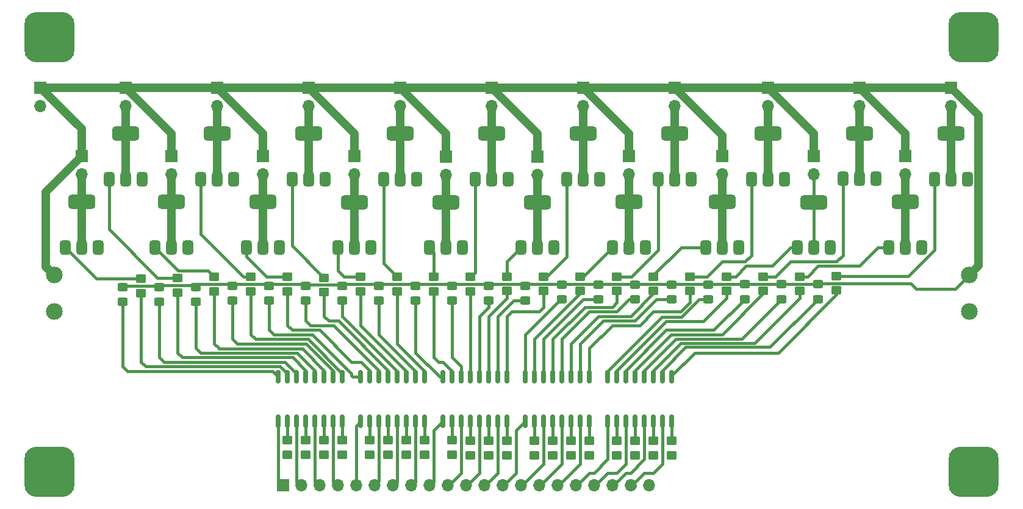
<source format=gbr>
%TF.GenerationSoftware,KiCad,Pcbnew,9.0.0*%
%TF.CreationDate,2025-03-11T14:00:59-06:00*%
%TF.ProjectId,Solenoid Breakout Board,536f6c65-6e6f-4696-9420-427265616b6f,rev?*%
%TF.SameCoordinates,Original*%
%TF.FileFunction,Copper,L1,Top*%
%TF.FilePolarity,Positive*%
%FSLAX46Y46*%
G04 Gerber Fmt 4.6, Leading zero omitted, Abs format (unit mm)*
G04 Created by KiCad (PCBNEW 9.0.0) date 2025-03-11 14:00:59*
%MOMM*%
%LPD*%
G01*
G04 APERTURE LIST*
G04 Aperture macros list*
%AMRoundRect*
0 Rectangle with rounded corners*
0 $1 Rounding radius*
0 $2 $3 $4 $5 $6 $7 $8 $9 X,Y pos of 4 corners*
0 Add a 4 corners polygon primitive as box body*
4,1,4,$2,$3,$4,$5,$6,$7,$8,$9,$2,$3,0*
0 Add four circle primitives for the rounded corners*
1,1,$1+$1,$2,$3*
1,1,$1+$1,$4,$5*
1,1,$1+$1,$6,$7*
1,1,$1+$1,$8,$9*
0 Add four rect primitives between the rounded corners*
20,1,$1+$1,$2,$3,$4,$5,0*
20,1,$1+$1,$4,$5,$6,$7,0*
20,1,$1+$1,$6,$7,$8,$9,0*
20,1,$1+$1,$8,$9,$2,$3,0*%
G04 Aperture macros list end*
%TA.AperFunction,ComponentPad*%
%ADD10C,2.311400*%
%TD*%
%TA.AperFunction,ComponentPad*%
%ADD11R,1.700000X1.700000*%
%TD*%
%TA.AperFunction,ComponentPad*%
%ADD12O,1.700000X1.700000*%
%TD*%
%TA.AperFunction,ComponentPad*%
%ADD13RoundRect,0.250000X0.450000X-0.350000X0.450000X0.350000X-0.450000X0.350000X-0.450000X-0.350000X0*%
%TD*%
%TA.AperFunction,SMDPad,CuDef*%
%ADD14RoundRect,0.250000X0.450000X-0.350000X0.450000X0.350000X-0.450000X0.350000X-0.450000X-0.350000X0*%
%TD*%
%TA.AperFunction,SMDPad,CuDef*%
%ADD15RoundRect,0.250000X0.450000X-0.325000X0.450000X0.325000X-0.450000X0.325000X-0.450000X-0.325000X0*%
%TD*%
%TA.AperFunction,SMDPad,CuDef*%
%ADD16RoundRect,0.375000X0.375000X-0.625000X0.375000X0.625000X-0.375000X0.625000X-0.375000X-0.625000X0*%
%TD*%
%TA.AperFunction,SMDPad,CuDef*%
%ADD17RoundRect,0.500000X1.400000X-0.500000X1.400000X0.500000X-1.400000X0.500000X-1.400000X-0.500000X0*%
%TD*%
%TA.AperFunction,ComponentPad*%
%ADD18RoundRect,0.375000X0.375000X-0.625000X0.375000X0.625000X-0.375000X0.625000X-0.375000X-0.625000X0*%
%TD*%
%TA.AperFunction,ComponentPad*%
%ADD19RoundRect,1.746250X-1.746250X-1.746250X1.746250X-1.746250X1.746250X1.746250X-1.746250X1.746250X0*%
%TD*%
%TA.AperFunction,SMDPad,CuDef*%
%ADD20RoundRect,0.162500X0.162500X-0.750000X0.162500X0.750000X-0.162500X0.750000X-0.162500X-0.750000X0*%
%TD*%
%TA.AperFunction,Conductor*%
%ADD21C,0.381000*%
%TD*%
%TA.AperFunction,Conductor*%
%ADD22C,1.143000*%
%TD*%
G04 APERTURE END LIST*
D10*
%TO.P,POWER,1*%
%TO.N,Chassis_GND*%
X175895000Y-129540000D03*
%TO.P,POWER,2*%
%TO.N,+12v*%
X175895000Y-124460000D03*
%TD*%
D11*
%TO.P,L16,1,1*%
%TO.N,+12v*%
X147955000Y-98425000D03*
D12*
%TO.P,L16,2,2*%
%TO.N,Net-(Q16-C)*%
X147955000Y-100965000D03*
%TD*%
D11*
%TO.P,L10,1,1*%
%TO.N,+12v*%
X90565000Y-107950000D03*
D12*
%TO.P,L10,2,2*%
%TO.N,Net-(Q10-C)*%
X90565000Y-110490000D03*
%TD*%
D13*
%TO.P,R35,1,1*%
%TO.N,GND*%
X132080000Y-149495000D03*
D14*
%TO.P,R35,2,2*%
%TO.N,Net-(R35-Pad2)*%
X132080000Y-147495000D03*
%TD*%
D11*
%TO.P,L8,1,1*%
%TO.N,+12v*%
X115965000Y-108000000D03*
D12*
%TO.P,L8,2,2*%
%TO.N,Net-(Q8-C)*%
X115965000Y-110540000D03*
%TD*%
D15*
%TO.P,D11,1,K*%
%TO.N,Net-(D11-K)*%
X99060000Y-127990500D03*
%TO.P,D11,2,A*%
%TO.N,+12v*%
X99060000Y-125940500D03*
%TD*%
D11*
%TO.P,L9,1,1*%
%TO.N,+12v*%
X122315000Y-98470000D03*
D12*
%TO.P,L9,2,2*%
%TO.N,Net-(Q9-C)*%
X122315000Y-101010000D03*
%TD*%
D14*
%TO.P,R32,1,1*%
%TO.N,Net-(R32-Pad1)*%
X137160000Y-126670500D03*
%TO.P,R32,2,2*%
%TO.N,Net-(Q16-B)*%
X137160000Y-124670500D03*
%TD*%
D16*
%TO.P,Q16,1,B*%
%TO.N,Net-(Q16-B)*%
X145655000Y-111100000D03*
%TO.P,Q16,2,C*%
%TO.N,Net-(Q16-C)*%
X147955000Y-111100000D03*
D17*
X147955000Y-104800000D03*
D18*
%TO.P,Q16,3,E*%
%TO.N,Chassis_GND*%
X150255000Y-111100000D03*
%TD*%
D11*
%TO.P,L11,1,1*%
%TO.N,+12v*%
X96915000Y-98450000D03*
D12*
%TO.P,L11,2,2*%
%TO.N,Net-(Q11-C)*%
X96915000Y-100990000D03*
%TD*%
D15*
%TO.P,D13,1,K*%
%TO.N,Net-(D13-K)*%
X119380000Y-127845500D03*
%TO.P,D13,2,A*%
%TO.N,+12v*%
X119380000Y-125795500D03*
%TD*%
D19*
%TO.P,REF\u002A\u002A,1*%
%TO.N,Chassis_GND*%
X176530000Y-91440000D03*
%TD*%
D11*
%TO.P,Power Out,1,1*%
%TO.N,+12v*%
X46990000Y-98425000D03*
D12*
%TO.P,Power Out,2,2*%
%TO.N,Chassis_GND*%
X46990000Y-100965000D03*
%TD*%
D14*
%TO.P,R8,1,1*%
%TO.N,Net-(R8-Pad1)*%
X60960000Y-126960500D03*
%TO.P,R8,2,2*%
%TO.N,Net-(Q2-B)*%
X60960000Y-124960500D03*
%TD*%
D16*
%TO.P,Q10,1,B*%
%TO.N,Net-(Q10-B)*%
X88265000Y-120650000D03*
%TO.P,Q10,2,C*%
%TO.N,Net-(Q10-C)*%
X90565000Y-120650000D03*
D17*
X90565000Y-114350000D03*
D18*
%TO.P,Q10,3,E*%
%TO.N,Chassis_GND*%
X92865000Y-120650000D03*
%TD*%
D13*
%TO.P,R33,1,1*%
%TO.N,GND*%
X127000000Y-149495000D03*
D14*
%TO.P,R33,2,2*%
%TO.N,Net-(R33-Pad2)*%
X127000000Y-147495000D03*
%TD*%
D20*
%TO.P,U5,1*%
%TO.N,A2*%
X125730000Y-144780000D03*
%TO.P,U5,2*%
%TO.N,Net-(R33-Pad2)*%
X127000000Y-144780000D03*
%TO.P,U5,3*%
%TO.N,A#2*%
X128270000Y-144780000D03*
%TO.P,U5,4*%
%TO.N,Net-(R34-Pad2)*%
X129540000Y-144780000D03*
%TO.P,U5,5*%
%TO.N,B2*%
X130810000Y-144780000D03*
%TO.P,U5,6*%
%TO.N,Net-(R35-Pad2)*%
X132080000Y-144780000D03*
%TO.P,U5,7*%
%TO.N,C3*%
X133350000Y-144780000D03*
%TO.P,U5,8*%
%TO.N,Net-(R36-Pad2)*%
X134620000Y-144780000D03*
%TO.P,U5,9*%
%TO.N,Net-(R40-Pad1)*%
X134620000Y-138605000D03*
%TO.P,U5,10*%
%TO.N,Net-(D20-K)*%
X133350000Y-138605000D03*
%TO.P,U5,11*%
%TO.N,Net-(R39-Pad1)*%
X132080000Y-138605000D03*
%TO.P,U5,12*%
%TO.N,Net-(D19-K)*%
X130810000Y-138605000D03*
%TO.P,U5,13*%
%TO.N,Net-(R38-Pad1)*%
X129540000Y-138605000D03*
%TO.P,U5,14*%
%TO.N,Net-(D18-K)*%
X128270000Y-138605000D03*
%TO.P,U5,15*%
%TO.N,Net-(R37-Pad1)*%
X127000000Y-138605000D03*
%TO.P,U5,16*%
%TO.N,Net-(D17-K)*%
X125730000Y-138605000D03*
%TD*%
D14*
%TO.P,R24,1,1*%
%TO.N,Net-(R24-Pad1)*%
X101600000Y-126720500D03*
%TO.P,R24,2,2*%
%TO.N,Net-(Q12-B)*%
X101600000Y-124720500D03*
%TD*%
%TO.P,R39,1,1*%
%TO.N,Net-(R39-Pad1)*%
X152400000Y-126670500D03*
%TO.P,R39,2,2*%
%TO.N,Net-(Q19-B)*%
X152400000Y-124670500D03*
%TD*%
D11*
%TO.P,L13,1,1*%
%TO.N,+12v*%
X128665000Y-107945000D03*
D12*
%TO.P,L13,2,2*%
%TO.N,Net-(Q13-C)*%
X128665000Y-110485000D03*
%TD*%
D16*
%TO.P,Q1,1,B*%
%TO.N,Net-(Q1-B)*%
X56515000Y-111125000D03*
%TO.P,Q1,2,C*%
%TO.N,Net-(Q1-C)*%
X58815000Y-111125000D03*
D17*
X58815000Y-104825000D03*
D18*
%TO.P,Q1,3,E*%
%TO.N,Chassis_GND*%
X61115000Y-111125000D03*
%TD*%
D16*
%TO.P,Q4,1,B*%
%TO.N,Net-(Q4-B)*%
X62865000Y-120600000D03*
%TO.P,Q4,2,C*%
%TO.N,Net-(Q4-C)*%
X65165000Y-120600000D03*
D17*
X65165000Y-114300000D03*
D18*
%TO.P,Q4,3,E*%
%TO.N,Chassis_GND*%
X67465000Y-120600000D03*
%TD*%
D15*
%TO.P,D5,1,K*%
%TO.N,Net-(D5-K)*%
X78740000Y-127990500D03*
%TO.P,D5,2,A*%
%TO.N,+12v*%
X78740000Y-125940500D03*
%TD*%
D16*
%TO.P,Q20,1,B*%
%TO.N,Net-(Q20-B)*%
X171055000Y-111100000D03*
%TO.P,Q20,2,C*%
%TO.N,Net-(Q20-C)*%
X173355000Y-111100000D03*
D17*
X173355000Y-104800000D03*
D18*
%TO.P,Q20,3,E*%
%TO.N,Chassis_GND*%
X175655000Y-111100000D03*
%TD*%
D15*
%TO.P,D14,1,K*%
%TO.N,Net-(D14-K)*%
X124460000Y-127845500D03*
%TO.P,D14,2,A*%
%TO.N,+12v*%
X124460000Y-125795500D03*
%TD*%
D16*
%TO.P,Q3,1,B*%
%TO.N,Net-(Q3-B)*%
X81915000Y-111125000D03*
%TO.P,Q3,2,C*%
%TO.N,Net-(Q3-C)*%
X84215000Y-111125000D03*
D17*
X84215000Y-104825000D03*
D18*
%TO.P,Q3,3,E*%
%TO.N,Chassis_GND*%
X86515000Y-111125000D03*
%TD*%
D15*
%TO.P,D2,1,K*%
%TO.N,Net-(D2-K)*%
X63500000Y-128135500D03*
%TO.P,D2,2,A*%
%TO.N,+12v*%
X63500000Y-126085500D03*
%TD*%
D14*
%TO.P,R23,1,1*%
%TO.N,Net-(R23-Pad1)*%
X96520000Y-126720500D03*
%TO.P,R23,2,2*%
%TO.N,Net-(Q11-B)*%
X96520000Y-124720500D03*
%TD*%
D11*
%TO.P,L15,1,1*%
%TO.N,+12v*%
X141605000Y-107950000D03*
D12*
%TO.P,L15,2,2*%
%TO.N,Net-(Q15-C)*%
X141605000Y-110490000D03*
%TD*%
D16*
%TO.P,Q15,1,B*%
%TO.N,Net-(Q15-B)*%
X139305000Y-120600000D03*
%TO.P,Q15,2,C*%
%TO.N,Net-(Q15-C)*%
X141605000Y-120600000D03*
D17*
X141605000Y-114300000D03*
D18*
%TO.P,Q15,3,E*%
%TO.N,Chassis_GND*%
X143905000Y-120600000D03*
%TD*%
D14*
%TO.P,R31,1,1*%
%TO.N,Net-(R31-Pad1)*%
X132080000Y-126670500D03*
%TO.P,R31,2,2*%
%TO.N,Net-(Q15-B)*%
X132080000Y-124670500D03*
%TD*%
D13*
%TO.P,R1,1,1*%
%TO.N,GND*%
X83820000Y-149400000D03*
D14*
%TO.P,R1,2,2*%
%TO.N,Net-(R1-Pad2)*%
X83820000Y-147400000D03*
%TD*%
D13*
%TO.P,R25,1,1*%
%TO.N,GND*%
X115570000Y-149495000D03*
D14*
%TO.P,R25,2,2*%
%TO.N,Net-(R25-Pad2)*%
X115570000Y-147495000D03*
%TD*%
D13*
%TO.P,R27,1,1*%
%TO.N,GND*%
X120650000Y-149495000D03*
D14*
%TO.P,R27,2,2*%
%TO.N,Net-(R27-Pad2)*%
X120650000Y-147495000D03*
%TD*%
D15*
%TO.P,D9,1,K*%
%TO.N,Net-(D9-K)*%
X114300000Y-127990500D03*
%TO.P,D9,2,A*%
%TO.N,+12v*%
X114300000Y-125940500D03*
%TD*%
D13*
%TO.P,R34,1,1*%
%TO.N,GND*%
X129540000Y-149495000D03*
D14*
%TO.P,R34,2,2*%
%TO.N,Net-(R34-Pad2)*%
X129540000Y-147495000D03*
%TD*%
D11*
%TO.P,L1,1,1*%
%TO.N,+12v*%
X58815000Y-98445000D03*
D12*
%TO.P,L1,2,2*%
%TO.N,Net-(Q1-C)*%
X58815000Y-100985000D03*
%TD*%
D16*
%TO.P,Q18,1,B*%
%TO.N,Net-(Q18-B)*%
X158355000Y-111075000D03*
%TO.P,Q18,2,C*%
%TO.N,Net-(Q18-C)*%
X160655000Y-111075000D03*
D17*
X160655000Y-104775000D03*
D18*
%TO.P,Q18,3,E*%
%TO.N,Chassis_GND*%
X162955000Y-111075000D03*
%TD*%
D13*
%TO.P,R36,1,1*%
%TO.N,GND*%
X134620000Y-149495000D03*
D14*
%TO.P,R36,2,2*%
%TO.N,Net-(R36-Pad2)*%
X134620000Y-147495000D03*
%TD*%
%TO.P,R21,1,1*%
%TO.N,Net-(R21-Pad1)*%
X116840000Y-126670500D03*
%TO.P,R21,2,2*%
%TO.N,Net-(Q9-B)*%
X116840000Y-124670500D03*
%TD*%
D10*
%TO.P,POWER,1*%
%TO.N,+12v*%
X48895000Y-124460000D03*
%TO.P,POWER,2*%
%TO.N,Chassis_GND*%
X48895000Y-129540000D03*
%TD*%
D11*
%TO.P,L20,1,1*%
%TO.N,+12v*%
X173355000Y-98425000D03*
D12*
%TO.P,L20,2,2*%
%TO.N,Net-(Q20-C)*%
X173355000Y-100965000D03*
%TD*%
D14*
%TO.P,R22,1,1*%
%TO.N,Net-(R22-Pad1)*%
X91440000Y-126720500D03*
%TO.P,R22,2,2*%
%TO.N,Net-(Q10-B)*%
X91440000Y-124720500D03*
%TD*%
D16*
%TO.P,Q7,1,B*%
%TO.N,Net-(Q7-B)*%
X107315000Y-111125000D03*
%TO.P,Q7,2,C*%
%TO.N,Net-(Q7-C)*%
X109615000Y-111125000D03*
D17*
X109615000Y-104825000D03*
D18*
%TO.P,Q7,3,E*%
%TO.N,Chassis_GND*%
X111915000Y-111125000D03*
%TD*%
D14*
%TO.P,R19,1,1*%
%TO.N,Net-(R19-Pad1)*%
X106680000Y-126720500D03*
%TO.P,R19,2,2*%
%TO.N,Net-(Q7-B)*%
X106680000Y-124720500D03*
%TD*%
D15*
%TO.P,D1,1,K*%
%TO.N,Net-(D1-K)*%
X83820000Y-127990500D03*
%TO.P,D1,2,A*%
%TO.N,+12v*%
X83820000Y-125940500D03*
%TD*%
D11*
%TO.P,L17,1,1*%
%TO.N,+12v*%
X154305000Y-107950000D03*
D12*
%TO.P,L17,2,2*%
%TO.N,Net-(Q17-C)*%
X154305000Y-110490000D03*
%TD*%
D15*
%TO.P,D10,1,K*%
%TO.N,Net-(D10-K)*%
X93980000Y-127990500D03*
%TO.P,D10,2,A*%
%TO.N,+12v*%
X93980000Y-125940500D03*
%TD*%
D16*
%TO.P,Q5,1,B*%
%TO.N,Net-(Q5-B)*%
X69215000Y-111125000D03*
%TO.P,Q5,2,C*%
%TO.N,Net-(Q5-C)*%
X71515000Y-111125000D03*
D17*
X71515000Y-104825000D03*
D18*
%TO.P,Q5,3,E*%
%TO.N,Chassis_GND*%
X73815000Y-111125000D03*
%TD*%
D11*
%TO.P,L19,1,1*%
%TO.N,+12v*%
X167005000Y-107950000D03*
D12*
%TO.P,L19,2,2*%
%TO.N,Net-(Q19-C)*%
X167005000Y-110490000D03*
%TD*%
D14*
%TO.P,R20,1,1*%
%TO.N,Net-(R20-Pad1)*%
X111760000Y-126670500D03*
%TO.P,R20,2,2*%
%TO.N,Net-(Q8-B)*%
X111760000Y-124670500D03*
%TD*%
D15*
%TO.P,D16,1,K*%
%TO.N,Net-(D16-K)*%
X134620000Y-127845500D03*
%TO.P,D16,2,A*%
%TO.N,+12v*%
X134620000Y-125795500D03*
%TD*%
D13*
%TO.P,R17,1,1*%
%TO.N,GND*%
X100330000Y-149400000D03*
D14*
%TO.P,R17,2,2*%
%TO.N,Net-(R17-Pad2)*%
X100330000Y-147400000D03*
%TD*%
D16*
%TO.P,Q6,1,B*%
%TO.N,Net-(Q6-B)*%
X75565000Y-120600000D03*
%TO.P,Q6,2,C*%
%TO.N,Net-(Q6-C)*%
X77865000Y-120600000D03*
D17*
X77865000Y-114300000D03*
D18*
%TO.P,Q6,3,E*%
%TO.N,Chassis_GND*%
X80165000Y-120600000D03*
%TD*%
D11*
%TO.P,L7,1,1*%
%TO.N,+12v*%
X109615000Y-98470000D03*
D12*
%TO.P,L7,2,2*%
%TO.N,Net-(Q7-C)*%
X109615000Y-101010000D03*
%TD*%
D13*
%TO.P,R2,1,1*%
%TO.N,GND*%
X81280000Y-149400000D03*
D14*
%TO.P,R2,2,2*%
%TO.N,Net-(R2-Pad2)*%
X81280000Y-147400000D03*
%TD*%
D13*
%TO.P,R4,1,1*%
%TO.N,GND*%
X95250000Y-149400000D03*
D14*
%TO.P,R4,2,2*%
%TO.N,Net-(R4-Pad2)*%
X95250000Y-147400000D03*
%TD*%
D19*
%TO.P,REF\u002A\u002A,1*%
%TO.N,Chassis_GND*%
X48260000Y-91440000D03*
%TD*%
D16*
%TO.P,Q2,1,B*%
%TO.N,Net-(Q2-B)*%
X50405000Y-120600000D03*
%TO.P,Q2,2,C*%
%TO.N,Net-(Q2-C)*%
X52705000Y-120600000D03*
D17*
X52705000Y-114300000D03*
D18*
%TO.P,Q2,3,E*%
%TO.N,Chassis_GND*%
X55005000Y-120600000D03*
%TD*%
D11*
%TO.P,L2,1,1*%
%TO.N,+12v*%
X52705000Y-107950000D03*
D12*
%TO.P,L2,2,2*%
%TO.N,Net-(Q2-C)*%
X52705000Y-110490000D03*
%TD*%
D15*
%TO.P,D18,1,K*%
%TO.N,Net-(D18-K)*%
X144780000Y-127780000D03*
%TO.P,D18,2,A*%
%TO.N,+12v*%
X144780000Y-125730000D03*
%TD*%
%TO.P,D3,1,K*%
%TO.N,Net-(D3-K)*%
X68580000Y-128135500D03*
%TO.P,D3,2,A*%
%TO.N,+12v*%
X68580000Y-126085500D03*
%TD*%
D16*
%TO.P,Q11,1,B*%
%TO.N,Net-(Q11-B)*%
X94615000Y-111125000D03*
%TO.P,Q11,2,C*%
%TO.N,Net-(Q11-C)*%
X96915000Y-111125000D03*
D17*
X96915000Y-104825000D03*
D18*
%TO.P,Q11,3,E*%
%TO.N,Chassis_GND*%
X99215000Y-111125000D03*
%TD*%
D14*
%TO.P,R38,1,1*%
%TO.N,Net-(R38-Pad1)*%
X147320000Y-126670500D03*
%TO.P,R38,2,2*%
%TO.N,Net-(Q18-B)*%
X147320000Y-124670500D03*
%TD*%
D11*
%TO.P,L12,1,1*%
%TO.N,+12v*%
X103265000Y-107995000D03*
D12*
%TO.P,L12,2,2*%
%TO.N,Net-(Q12-C)*%
X103265000Y-110535000D03*
%TD*%
D11*
%TO.P,J1,1,1*%
%TO.N,F1*%
X80645000Y-153670000D03*
D12*
%TO.P,J1,2,2*%
%TO.N,F#1*%
X83185000Y-153670000D03*
%TO.P,J1,3,3*%
%TO.N,G1*%
X85725000Y-153670000D03*
%TO.P,J1,4,4*%
%TO.N,G#1*%
X88265000Y-153670000D03*
%TO.P,J1,5,5*%
%TO.N,A1*%
X90805000Y-153670000D03*
%TO.P,J1,6,6*%
%TO.N,A#1*%
X93345000Y-153670000D03*
%TO.P,J1,7,7*%
%TO.N,B1*%
X95885000Y-153670000D03*
%TO.P,J1,8,8*%
%TO.N,C2*%
X98425000Y-153670000D03*
%TO.P,J1,9,9*%
%TO.N,C#2*%
X100965000Y-153670000D03*
%TO.P,J1,10,10*%
%TO.N,D2*%
X103505000Y-153670000D03*
%TO.P,J1,11,11*%
%TO.N,D#2*%
X106045000Y-153670000D03*
%TO.P,J1,12,12*%
%TO.N,E2*%
X108585000Y-153670000D03*
%TO.P,J1,13,13*%
%TO.N,F2*%
X111125000Y-153670000D03*
%TO.P,J1,14,14*%
%TO.N,F#2*%
X113665000Y-153670000D03*
%TO.P,J1,15,15*%
%TO.N,G2*%
X116205000Y-153670000D03*
%TO.P,J1,16,16*%
%TO.N,G#2*%
X118745000Y-153670000D03*
%TO.P,J1,17,17*%
%TO.N,A2*%
X121285000Y-153670000D03*
%TO.P,J1,18,18*%
%TO.N,A#2*%
X123825000Y-153670000D03*
%TO.P,J1,19,19*%
%TO.N,B2*%
X126365000Y-153670000D03*
%TO.P,J1,20,20*%
%TO.N,C3*%
X128905000Y-153670000D03*
%TO.P,J1,21,21*%
%TO.N,GND*%
X131445000Y-153670000D03*
%TD*%
D13*
%TO.P,R3,1,1*%
%TO.N,GND*%
X88900000Y-149400000D03*
D14*
%TO.P,R3,2,2*%
%TO.N,Net-(R3-Pad2)*%
X88900000Y-147400000D03*
%TD*%
D16*
%TO.P,Q8,1,B*%
%TO.N,Net-(Q8-B)*%
X113665000Y-120650000D03*
%TO.P,Q8,2,C*%
%TO.N,Net-(Q8-C)*%
X115965000Y-120650000D03*
D17*
X115965000Y-114350000D03*
D18*
%TO.P,Q8,3,E*%
%TO.N,Chassis_GND*%
X118265000Y-120650000D03*
%TD*%
D13*
%TO.P,R13,1,1*%
%TO.N,GND*%
X106680000Y-149495000D03*
D14*
%TO.P,R13,2,2*%
%TO.N,Net-(R13-Pad2)*%
X106680000Y-147495000D03*
%TD*%
D13*
%TO.P,R26,1,1*%
%TO.N,GND*%
X118110000Y-149495000D03*
D14*
%TO.P,R26,2,2*%
%TO.N,Net-(R26-Pad2)*%
X118110000Y-147495000D03*
%TD*%
%TO.P,R9,1,1*%
%TO.N,Net-(R9-Pad1)*%
X86360000Y-126815500D03*
%TO.P,R9,2,2*%
%TO.N,Net-(Q3-B)*%
X86360000Y-124815500D03*
%TD*%
D16*
%TO.P,Q17,1,B*%
%TO.N,Net-(Q17-B)*%
X152005000Y-120650000D03*
%TO.P,Q17,2,C*%
%TO.N,Net-(Q17-C)*%
X154305000Y-120650000D03*
D17*
X154305000Y-114350000D03*
D18*
%TO.P,Q17,3,E*%
%TO.N,Chassis_GND*%
X156605000Y-120650000D03*
%TD*%
D13*
%TO.P,R16,1,1*%
%TO.N,GND*%
X97790000Y-149400000D03*
D14*
%TO.P,R16,2,2*%
%TO.N,Net-(R16-Pad2)*%
X97790000Y-147400000D03*
%TD*%
D11*
%TO.P,L5,1,1*%
%TO.N,+12v*%
X71515000Y-98470000D03*
D12*
%TO.P,L5,2,2*%
%TO.N,Net-(Q5-C)*%
X71515000Y-101010000D03*
%TD*%
D16*
%TO.P,Q12,1,B*%
%TO.N,Net-(Q12-B)*%
X100965000Y-120650000D03*
%TO.P,Q12,2,C*%
%TO.N,Net-(Q12-C)*%
X103265000Y-120650000D03*
D17*
X103265000Y-114350000D03*
D18*
%TO.P,Q12,3,E*%
%TO.N,Chassis_GND*%
X105565000Y-120650000D03*
%TD*%
D13*
%TO.P,R5,1,1*%
%TO.N,GND*%
X86360000Y-149400000D03*
D14*
%TO.P,R5,2,2*%
%TO.N,Net-(R5-Pad2)*%
X86360000Y-147400000D03*
%TD*%
D15*
%TO.P,D12,1,K*%
%TO.N,Net-(D12-K)*%
X88900000Y-127990500D03*
%TO.P,D12,2,A*%
%TO.N,+12v*%
X88900000Y-125940500D03*
%TD*%
D11*
%TO.P,L6,1,1*%
%TO.N,+12v*%
X77865000Y-107945000D03*
D12*
%TO.P,L6,2,2*%
%TO.N,Net-(Q6-C)*%
X77865000Y-110485000D03*
%TD*%
D15*
%TO.P,D4,1,K*%
%TO.N,Net-(D4-K)*%
X73660000Y-127990500D03*
%TO.P,D4,2,A*%
%TO.N,+12v*%
X73660000Y-125940500D03*
%TD*%
D16*
%TO.P,Q14,1,B*%
%TO.N,Net-(Q14-B)*%
X132715000Y-111125000D03*
%TO.P,Q14,2,C*%
%TO.N,Net-(Q14-C)*%
X135015000Y-111125000D03*
D17*
X135015000Y-104825000D03*
D18*
%TO.P,Q14,3,E*%
%TO.N,Chassis_GND*%
X137315000Y-111125000D03*
%TD*%
D20*
%TO.P,U3,1*%
%TO.N,C#2*%
X102870000Y-144780000D03*
%TO.P,U3,2*%
%TO.N,Net-(R18-Pad2)*%
X104140000Y-144780000D03*
%TO.P,U3,3*%
%TO.N,D2*%
X105410000Y-144780000D03*
%TO.P,U3,4*%
%TO.N,Net-(R13-Pad2)*%
X106680000Y-144780000D03*
%TO.P,U3,5*%
%TO.N,D#2*%
X107950000Y-144780000D03*
%TO.P,U3,6*%
%TO.N,Net-(R14-Pad2)*%
X109220000Y-144780000D03*
%TO.P,U3,7*%
%TO.N,E2*%
X110490000Y-144780000D03*
%TO.P,U3,8*%
%TO.N,Net-(R15-Pad2)*%
X111760000Y-144780000D03*
%TO.P,U3,9*%
%TO.N,Net-(R21-Pad1)*%
X111760000Y-138605000D03*
%TO.P,U3,10*%
%TO.N,Net-(D9-K)*%
X110490000Y-138605000D03*
%TO.P,U3,11*%
%TO.N,Net-(R20-Pad1)*%
X109220000Y-138605000D03*
%TO.P,U3,12*%
%TO.N,Net-(D8-K)*%
X107950000Y-138605000D03*
%TO.P,U3,13*%
%TO.N,Net-(R19-Pad1)*%
X106680000Y-138605000D03*
%TO.P,U3,14*%
%TO.N,Net-(D7-K)*%
X105410000Y-138605000D03*
%TO.P,U3,15*%
%TO.N,Net-(R24-Pad1)*%
X104140000Y-138605000D03*
%TO.P,U3,16*%
%TO.N,Net-(D11-K)*%
X102870000Y-138605000D03*
%TD*%
D11*
%TO.P,L3,1,1*%
%TO.N,+12v*%
X84215000Y-98470000D03*
D12*
%TO.P,L3,2,2*%
%TO.N,Net-(Q3-C)*%
X84215000Y-101010000D03*
%TD*%
D15*
%TO.P,D15,1,K*%
%TO.N,Net-(D15-K)*%
X129540000Y-127845500D03*
%TO.P,D15,2,A*%
%TO.N,+12v*%
X129540000Y-125795500D03*
%TD*%
D16*
%TO.P,Q9,1,B*%
%TO.N,Net-(Q9-B)*%
X120015000Y-111125000D03*
%TO.P,Q9,2,C*%
%TO.N,Net-(Q9-C)*%
X122315000Y-111125000D03*
D17*
X122315000Y-104825000D03*
D18*
%TO.P,Q9,3,E*%
%TO.N,Chassis_GND*%
X124615000Y-111125000D03*
%TD*%
D19*
%TO.P,REF\u002A\u002A,1*%
%TO.N,Chassis_GND*%
X176530000Y-151765000D03*
%TD*%
D13*
%TO.P,R18,1,1*%
%TO.N,GND*%
X104140000Y-149400000D03*
D14*
%TO.P,R18,2,2*%
%TO.N,Net-(R18-Pad2)*%
X104140000Y-147400000D03*
%TD*%
D16*
%TO.P,Q13,1,B*%
%TO.N,Net-(Q13-B)*%
X126365000Y-120600000D03*
%TO.P,Q13,2,C*%
%TO.N,Net-(Q13-C)*%
X128665000Y-120600000D03*
D17*
X128665000Y-114300000D03*
D18*
%TO.P,Q13,3,E*%
%TO.N,Chassis_GND*%
X130965000Y-120600000D03*
%TD*%
D14*
%TO.P,R37,1,1*%
%TO.N,Net-(R37-Pad1)*%
X142240000Y-126670500D03*
%TO.P,R37,2,2*%
%TO.N,Net-(Q17-B)*%
X142240000Y-124670500D03*
%TD*%
D16*
%TO.P,Q19,1,B*%
%TO.N,Net-(Q19-B)*%
X164705000Y-120600000D03*
%TO.P,Q19,2,C*%
%TO.N,Net-(Q19-C)*%
X167005000Y-120600000D03*
D17*
X167005000Y-114300000D03*
D18*
%TO.P,Q19,3,E*%
%TO.N,Chassis_GND*%
X169305000Y-120600000D03*
%TD*%
D15*
%TO.P,D8,1,K*%
%TO.N,Net-(D8-K)*%
X109220000Y-127990500D03*
%TO.P,D8,2,A*%
%TO.N,+12v*%
X109220000Y-125940500D03*
%TD*%
D14*
%TO.P,R40,1,1*%
%TO.N,Net-(R40-Pad1)*%
X157480000Y-126575500D03*
%TO.P,R40,2,2*%
%TO.N,Net-(Q20-B)*%
X157480000Y-124575500D03*
%TD*%
D13*
%TO.P,R28,1,1*%
%TO.N,GND*%
X123190000Y-149495000D03*
D14*
%TO.P,R28,2,2*%
%TO.N,Net-(R28-Pad2)*%
X123190000Y-147495000D03*
%TD*%
D15*
%TO.P,D6,1,K*%
%TO.N,Net-(D6-K)*%
X58420000Y-128135500D03*
%TO.P,D6,2,A*%
%TO.N,+12v*%
X58420000Y-126085500D03*
%TD*%
D14*
%TO.P,R10,1,1*%
%TO.N,Net-(R10-Pad1)*%
X71120000Y-126720500D03*
%TO.P,R10,2,2*%
%TO.N,Net-(Q4-B)*%
X71120000Y-124720500D03*
%TD*%
D20*
%TO.P,U2,1*%
%TO.N,A1*%
X91440000Y-144780000D03*
%TO.P,U2,2*%
%TO.N,Net-(R6-Pad2)*%
X92710000Y-144780000D03*
%TO.P,U2,3*%
%TO.N,A#1*%
X93980000Y-144780000D03*
%TO.P,U2,4*%
%TO.N,Net-(R4-Pad2)*%
X95250000Y-144780000D03*
%TO.P,U2,5*%
%TO.N,B1*%
X96520000Y-144780000D03*
%TO.P,U2,6*%
%TO.N,Net-(R16-Pad2)*%
X97790000Y-144780000D03*
%TO.P,U2,7*%
%TO.N,C2*%
X99060000Y-144780000D03*
%TO.P,U2,8*%
%TO.N,Net-(R17-Pad2)*%
X100330000Y-144780000D03*
%TO.P,U2,9*%
%TO.N,Net-(R23-Pad1)*%
X100330000Y-138605000D03*
%TO.P,U2,10*%
%TO.N,Net-(D10-K)*%
X99060000Y-138605000D03*
%TO.P,U2,11*%
%TO.N,Net-(R22-Pad1)*%
X97790000Y-138605000D03*
%TO.P,U2,12*%
%TO.N,Net-(D12-K)*%
X96520000Y-138605000D03*
%TO.P,U2,13*%
%TO.N,Net-(R9-Pad1)*%
X95250000Y-138605000D03*
%TO.P,U2,14*%
%TO.N,Net-(D1-K)*%
X93980000Y-138605000D03*
%TO.P,U2,15*%
%TO.N,Net-(R12-Pad1)*%
X92710000Y-138605000D03*
%TO.P,U2,16*%
%TO.N,Net-(D5-K)*%
X91440000Y-138605000D03*
%TD*%
D14*
%TO.P,R12,1,1*%
%TO.N,Net-(R12-Pad1)*%
X81280000Y-126720500D03*
%TO.P,R12,2,2*%
%TO.N,Net-(Q6-B)*%
X81280000Y-124720500D03*
%TD*%
D13*
%TO.P,R6,1,1*%
%TO.N,GND*%
X92710000Y-149400000D03*
D14*
%TO.P,R6,2,2*%
%TO.N,Net-(R6-Pad2)*%
X92710000Y-147400000D03*
%TD*%
D13*
%TO.P,R14,1,1*%
%TO.N,GND*%
X109220000Y-149495000D03*
D14*
%TO.P,R14,2,2*%
%TO.N,Net-(R14-Pad2)*%
X109220000Y-147495000D03*
%TD*%
D15*
%TO.P,D17,1,K*%
%TO.N,Net-(D17-K)*%
X139700000Y-127845500D03*
%TO.P,D17,2,A*%
%TO.N,+12v*%
X139700000Y-125795500D03*
%TD*%
D14*
%TO.P,R11,1,1*%
%TO.N,Net-(R11-Pad1)*%
X76200000Y-126720500D03*
%TO.P,R11,2,2*%
%TO.N,Net-(Q5-B)*%
X76200000Y-124720500D03*
%TD*%
D20*
%TO.P,U1,1*%
%TO.N,F1*%
X80010000Y-144780000D03*
%TO.P,U1,2*%
%TO.N,Net-(R2-Pad2)*%
X81280000Y-144780000D03*
%TO.P,U1,3*%
%TO.N,F#1*%
X82550000Y-144780000D03*
%TO.P,U1,4*%
%TO.N,Net-(R1-Pad2)*%
X83820000Y-144780000D03*
%TO.P,U1,5*%
%TO.N,G1*%
X85090000Y-144780000D03*
%TO.P,U1,6*%
%TO.N,Net-(R5-Pad2)*%
X86360000Y-144780000D03*
%TO.P,U1,7*%
%TO.N,G#1*%
X87630000Y-144780000D03*
%TO.P,U1,8*%
%TO.N,Net-(R3-Pad2)*%
X88900000Y-144780000D03*
%TO.P,U1,9*%
%TO.N,Net-(R11-Pad1)*%
X88900000Y-138605000D03*
%TO.P,U1,10*%
%TO.N,Net-(D4-K)*%
X87630000Y-138605000D03*
%TO.P,U1,11*%
%TO.N,Net-(R10-Pad1)*%
X86360000Y-138605000D03*
%TO.P,U1,12*%
%TO.N,Net-(D3-K)*%
X85090000Y-138605000D03*
%TO.P,U1,13*%
%TO.N,Net-(R7-Pad1)*%
X83820000Y-138605000D03*
%TO.P,U1,14*%
%TO.N,Net-(D2-K)*%
X82550000Y-138605000D03*
%TO.P,U1,15*%
%TO.N,Net-(R8-Pad1)*%
X81280000Y-138605000D03*
%TO.P,U1,16*%
%TO.N,Net-(D6-K)*%
X80010000Y-138605000D03*
%TD*%
D15*
%TO.P,D19,1,K*%
%TO.N,Net-(D19-K)*%
X149860000Y-127780000D03*
%TO.P,D19,2,A*%
%TO.N,+12v*%
X149860000Y-125730000D03*
%TD*%
%TO.P,D7,1,K*%
%TO.N,Net-(D7-K)*%
X104140000Y-127990500D03*
%TO.P,D7,2,A*%
%TO.N,+12v*%
X104140000Y-125940500D03*
%TD*%
%TO.P,D20,1,K*%
%TO.N,Net-(D20-K)*%
X154940000Y-127780000D03*
%TO.P,D20,2,A*%
%TO.N,+12v*%
X154940000Y-125730000D03*
%TD*%
D14*
%TO.P,R29,1,1*%
%TO.N,Net-(R29-Pad1)*%
X121920000Y-126670500D03*
%TO.P,R29,2,2*%
%TO.N,Net-(Q13-B)*%
X121920000Y-124670500D03*
%TD*%
%TO.P,R30,1,1*%
%TO.N,Net-(R30-Pad1)*%
X127000000Y-126670500D03*
%TO.P,R30,2,2*%
%TO.N,Net-(Q14-B)*%
X127000000Y-124670500D03*
%TD*%
D13*
%TO.P,R15,1,1*%
%TO.N,GND*%
X111760000Y-149495000D03*
D14*
%TO.P,R15,2,2*%
%TO.N,Net-(R15-Pad2)*%
X111760000Y-147495000D03*
%TD*%
D19*
%TO.P,REF\u002A\u002A,1*%
%TO.N,Chassis_GND*%
X48260000Y-151765000D03*
%TD*%
D20*
%TO.P,U4,1*%
%TO.N,F2*%
X114300000Y-144780000D03*
%TO.P,U4,2*%
%TO.N,Net-(R25-Pad2)*%
X115570000Y-144780000D03*
%TO.P,U4,3*%
%TO.N,F#2*%
X116840000Y-144780000D03*
%TO.P,U4,4*%
%TO.N,Net-(R26-Pad2)*%
X118110000Y-144780000D03*
%TO.P,U4,5*%
%TO.N,G2*%
X119380000Y-144780000D03*
%TO.P,U4,6*%
%TO.N,Net-(R27-Pad2)*%
X120650000Y-144780000D03*
%TO.P,U4,7*%
%TO.N,G#2*%
X121920000Y-144780000D03*
%TO.P,U4,8*%
%TO.N,Net-(R28-Pad2)*%
X123190000Y-144780000D03*
%TO.P,U4,9*%
%TO.N,Net-(R32-Pad1)*%
X123190000Y-138605000D03*
%TO.P,U4,10*%
%TO.N,Net-(D16-K)*%
X121920000Y-138605000D03*
%TO.P,U4,11*%
%TO.N,Net-(R31-Pad1)*%
X120650000Y-138605000D03*
%TO.P,U4,12*%
%TO.N,Net-(D15-K)*%
X119380000Y-138605000D03*
%TO.P,U4,13*%
%TO.N,Net-(R30-Pad1)*%
X118110000Y-138605000D03*
%TO.P,U4,14*%
%TO.N,Net-(D14-K)*%
X116840000Y-138605000D03*
%TO.P,U4,15*%
%TO.N,Net-(R29-Pad1)*%
X115570000Y-138605000D03*
%TO.P,U4,16*%
%TO.N,Net-(D13-K)*%
X114300000Y-138605000D03*
%TD*%
D11*
%TO.P,L4,1,1*%
%TO.N,+12v*%
X65165000Y-107945000D03*
D12*
%TO.P,L4,2,2*%
%TO.N,Net-(Q4-C)*%
X65165000Y-110485000D03*
%TD*%
D11*
%TO.P,L18,1,1*%
%TO.N,+12v*%
X160655000Y-98425000D03*
D12*
%TO.P,L18,2,2*%
%TO.N,Net-(Q18-C)*%
X160655000Y-100965000D03*
%TD*%
D14*
%TO.P,R7,1,1*%
%TO.N,Net-(R7-Pad1)*%
X66040000Y-126865500D03*
%TO.P,R7,2,2*%
%TO.N,Net-(Q1-B)*%
X66040000Y-124865500D03*
%TD*%
D11*
%TO.P,L14,1,1*%
%TO.N,+12v*%
X135015000Y-98470000D03*
D12*
%TO.P,L14,2,2*%
%TO.N,Net-(Q14-C)*%
X135015000Y-101010000D03*
%TD*%
D21*
%TO.N,Net-(D1-K)*%
X84455000Y-131445000D02*
X87732499Y-131445000D01*
X83820000Y-130810000D02*
X84455000Y-131445000D01*
X87732499Y-131445000D02*
X93980000Y-137692501D01*
X93980000Y-137692501D02*
X93980000Y-138605000D01*
X83820000Y-127990500D02*
X83820000Y-130810000D01*
D22*
%TO.N,+12v*%
X122315000Y-98470000D02*
X128665000Y-104820000D01*
D21*
X73870500Y-125730000D02*
X78529500Y-125730000D01*
X109845500Y-125680000D02*
X114039500Y-125680000D01*
D22*
X58795000Y-98425000D02*
X58815000Y-98445000D01*
D21*
X73660000Y-125940500D02*
X73870500Y-125730000D01*
X63384500Y-125970000D02*
X63500000Y-126085500D01*
D22*
X147955000Y-98425000D02*
X160655000Y-98425000D01*
D21*
X104140000Y-125940500D02*
X104369500Y-125711000D01*
D22*
X134763148Y-98425000D02*
X134743148Y-98445000D01*
D21*
X134735500Y-125680000D02*
X139584500Y-125680000D01*
X109220000Y-125940500D02*
X109585000Y-125940500D01*
D22*
X154305000Y-104775000D02*
X154305000Y-107950000D01*
D21*
X89110500Y-125730000D02*
X93769500Y-125730000D01*
X63500000Y-126085500D02*
X63710500Y-125875000D01*
X168565000Y-126365000D02*
X167785000Y-125585000D01*
X114300000Y-125940500D02*
X114570000Y-125670500D01*
D22*
X128665000Y-104820000D02*
X128665000Y-107945000D01*
D21*
X94190500Y-125730000D02*
X98849500Y-125730000D01*
X73449500Y-125730000D02*
X73660000Y-125940500D01*
X114570000Y-125670500D02*
X119255000Y-125670500D01*
X139815500Y-125680000D02*
X144664500Y-125680000D01*
X68580000Y-126085500D02*
X68935500Y-125730000D01*
X144914500Y-125661000D02*
X144780000Y-125795500D01*
D22*
X175895000Y-124460000D02*
X177176500Y-123178500D01*
D21*
X68369500Y-125875000D02*
X68580000Y-126085500D01*
D22*
X84215000Y-98470000D02*
X90565000Y-104820000D01*
D21*
X99270500Y-125730000D02*
X103929500Y-125730000D01*
D22*
X141605000Y-105060000D02*
X141605000Y-107950000D01*
D21*
X78950500Y-125730000D02*
X83609500Y-125730000D01*
X108990500Y-125711000D02*
X109220000Y-125940500D01*
D22*
X160655000Y-98425000D02*
X167005000Y-104775000D01*
D21*
X150120500Y-125680000D02*
X149860000Y-125940500D01*
D22*
X46990000Y-98425000D02*
X58795000Y-98425000D01*
D21*
X78529500Y-125730000D02*
X78740000Y-125940500D01*
X173990000Y-126365000D02*
X168565000Y-126365000D01*
X88900000Y-125940500D02*
X89110500Y-125730000D01*
D22*
X46990000Y-98425000D02*
X52705000Y-104140000D01*
D21*
X93980000Y-125940500D02*
X94190500Y-125730000D01*
X98849500Y-125730000D02*
X99060000Y-125940500D01*
D22*
X147955000Y-98425000D02*
X154305000Y-104775000D01*
D21*
X175895000Y-124460000D02*
X173990000Y-126365000D01*
X139700000Y-125795500D02*
X139815500Y-125680000D01*
D22*
X115965000Y-104820000D02*
X115965000Y-108000000D01*
X134743148Y-98445000D02*
X58815000Y-98445000D01*
D21*
X139584500Y-125680000D02*
X139700000Y-125795500D01*
X130050000Y-125795500D02*
X130165500Y-125680000D01*
X109585000Y-125940500D02*
X109845500Y-125680000D01*
D22*
X96915000Y-98450000D02*
X103265000Y-104800000D01*
X58815000Y-98445000D02*
X65165000Y-104795000D01*
D21*
X134620000Y-125795500D02*
X134735500Y-125680000D01*
D22*
X71515000Y-98470000D02*
X77865000Y-104820000D01*
D21*
X99060000Y-125940500D02*
X99270500Y-125730000D01*
X124344500Y-125680000D02*
X124460000Y-125795500D01*
D22*
X65165000Y-104795000D02*
X65165000Y-107945000D01*
D21*
X104369500Y-125711000D02*
X108990500Y-125711000D01*
X58535500Y-125970000D02*
X63384500Y-125970000D01*
D22*
X173355000Y-98425000D02*
X160655000Y-98425000D01*
D21*
X124575500Y-125680000D02*
X129424500Y-125680000D01*
X130165500Y-125680000D02*
X134504500Y-125680000D01*
X154679500Y-125680000D02*
X150120500Y-125680000D01*
D22*
X47739300Y-112915700D02*
X52705000Y-107950000D01*
D21*
X103929500Y-125730000D02*
X104140000Y-125940500D01*
D22*
X52705000Y-104140000D02*
X52705000Y-107950000D01*
X77865000Y-104820000D02*
X77865000Y-107945000D01*
X167005000Y-104775000D02*
X167005000Y-107950000D01*
X109615000Y-98470000D02*
X115965000Y-104820000D01*
D21*
X149860000Y-125940500D02*
X149580500Y-125661000D01*
X68935500Y-125730000D02*
X73449500Y-125730000D01*
D22*
X48895000Y-124460000D02*
X47739300Y-123304300D01*
D21*
X119255000Y-125670500D02*
X119380000Y-125795500D01*
X88784500Y-125825000D02*
X88900000Y-125940500D01*
X83609500Y-125730000D02*
X83820000Y-125940500D01*
X134504500Y-125680000D02*
X134620000Y-125795500D01*
D22*
X135015000Y-98470000D02*
X141605000Y-105060000D01*
D21*
X83935500Y-125825000D02*
X88784500Y-125825000D01*
X119495500Y-125680000D02*
X124344500Y-125680000D01*
X144664500Y-125680000D02*
X144780000Y-125795500D01*
D22*
X177176500Y-102246500D02*
X173355000Y-98425000D01*
D21*
X93769500Y-125730000D02*
X93980000Y-125940500D01*
X78740000Y-125940500D02*
X78950500Y-125730000D01*
X63710500Y-125875000D02*
X68369500Y-125875000D01*
D22*
X47739300Y-123304300D02*
X47739300Y-112915700D01*
D21*
X124460000Y-125795500D02*
X124575500Y-125680000D01*
D22*
X90565000Y-104820000D02*
X90565000Y-107950000D01*
D21*
X155085000Y-125585000D02*
X154940000Y-125730000D01*
X58420000Y-126085500D02*
X58535500Y-125970000D01*
X129540000Y-125795500D02*
X130050000Y-125795500D01*
X149580500Y-125661000D02*
X144914500Y-125661000D01*
X154940000Y-125940500D02*
X154679500Y-125680000D01*
X119380000Y-125795500D02*
X119495500Y-125680000D01*
X114039500Y-125680000D02*
X114300000Y-125940500D01*
D22*
X147955000Y-98425000D02*
X134763148Y-98425000D01*
D21*
X129424500Y-125680000D02*
X129540000Y-125795500D01*
D22*
X177176500Y-123178500D02*
X177176500Y-102246500D01*
X103265000Y-104800000D02*
X103265000Y-107995000D01*
D21*
X167785000Y-125585000D02*
X155085000Y-125585000D01*
X83820000Y-125940500D02*
X83935500Y-125825000D01*
%TO.N,Net-(D2-K)*%
X64135000Y-136525000D02*
X80899064Y-136525000D01*
X63500000Y-135890000D02*
X64135000Y-136525000D01*
X82550000Y-138175936D02*
X82550000Y-138605000D01*
X63500000Y-128135500D02*
X63500000Y-135890000D01*
X80899064Y-136525000D02*
X82550000Y-138175936D01*
%TO.N,Net-(D3-K)*%
X68580000Y-128135500D02*
X68580000Y-134620000D01*
X82652499Y-135255000D02*
X85090000Y-137692501D01*
X69215000Y-135255000D02*
X82652499Y-135255000D01*
X68580000Y-134620000D02*
X69215000Y-135255000D01*
X85090000Y-137692501D02*
X85090000Y-138605000D01*
%TO.N,Net-(D4-K)*%
X73660000Y-133350000D02*
X74295000Y-133985000D01*
X74295000Y-133985000D02*
X83922499Y-133985000D01*
X87630000Y-137692501D02*
X87630000Y-138605000D01*
X83922499Y-133985000D02*
X87630000Y-137692501D01*
X73660000Y-127990500D02*
X73660000Y-133350000D01*
%TO.N,Net-(D5-K)*%
X90170000Y-138175936D02*
X90170000Y-138430000D01*
X90170000Y-138430000D02*
X90345000Y-138605000D01*
X79375000Y-132715000D02*
X84709064Y-132715000D01*
X84709064Y-132715000D02*
X90170000Y-138175936D01*
X78740000Y-127990500D02*
X78740000Y-132080000D01*
X90345000Y-138605000D02*
X91440000Y-138605000D01*
X78740000Y-132080000D02*
X79375000Y-132715000D01*
%TO.N,Net-(D6-K)*%
X80010000Y-138605000D02*
X79200000Y-137795000D01*
X58420000Y-137160000D02*
X58420000Y-128135500D01*
X59055000Y-137795000D02*
X58420000Y-137160000D01*
X79200000Y-137795000D02*
X59055000Y-137795000D01*
%TO.N,Net-(D7-K)*%
X105410000Y-137160000D02*
X105410000Y-138605000D01*
X104140000Y-127990500D02*
X104140000Y-135890000D01*
X104140000Y-135890000D02*
X105410000Y-137160000D01*
%TO.N,Net-(D8-K)*%
X107950000Y-130175000D02*
X107950000Y-138605000D01*
X109220000Y-128905000D02*
X107950000Y-130175000D01*
X109220000Y-127990500D02*
X109220000Y-128905000D01*
%TO.N,Net-(D9-K)*%
X110490000Y-130175000D02*
X110490000Y-138605000D01*
X112674500Y-127990500D02*
X110490000Y-130175000D01*
X114300000Y-127990500D02*
X112674500Y-127990500D01*
%TO.N,Net-(D10-K)*%
X93980000Y-127990500D02*
X93980000Y-132715000D01*
X93980000Y-132715000D02*
X99060000Y-137795000D01*
X99060000Y-137795000D02*
X99060000Y-138605000D01*
%TO.N,Net-(D11-K)*%
X102410000Y-138605000D02*
X102870000Y-138605000D01*
X99060000Y-127990500D02*
X99060000Y-135255000D01*
X99060000Y-135255000D02*
X102410000Y-138605000D01*
%TO.N,Net-(D12-K)*%
X88900000Y-130175000D02*
X96520000Y-137795000D01*
X88900000Y-127990500D02*
X88900000Y-130175000D01*
X96520000Y-137795000D02*
X96520000Y-138605000D01*
%TO.N,Net-(D13-K)*%
X114300000Y-132715000D02*
X114300000Y-138605000D01*
X119169500Y-127845500D02*
X114300000Y-132715000D01*
X119380000Y-127845500D02*
X119169500Y-127845500D01*
%TO.N,Net-(D14-K)*%
X116840000Y-133350000D02*
X116840000Y-138605000D01*
X122344500Y-127845500D02*
X116840000Y-133350000D01*
X124460000Y-127845500D02*
X122344500Y-127845500D01*
%TO.N,Net-(D15-K)*%
X119380000Y-133350000D02*
X119380000Y-138605000D01*
X123190000Y-129540000D02*
X119380000Y-133350000D01*
X128694500Y-127845500D02*
X127000000Y-129540000D01*
X129540000Y-127845500D02*
X128694500Y-127845500D01*
X127000000Y-129540000D02*
X123190000Y-129540000D01*
%TO.N,Net-(D16-K)*%
X132504500Y-127845500D02*
X129540000Y-130810000D01*
X134620000Y-127845500D02*
X132504500Y-127845500D01*
X129540000Y-130810000D02*
X125095000Y-130810000D01*
X125095000Y-130810000D02*
X121920000Y-133985000D01*
X121920000Y-133985000D02*
X121920000Y-138605000D01*
%TO.N,Net-(D17-K)*%
X138406158Y-127845500D02*
X135983329Y-130268329D01*
X139700000Y-127845500D02*
X138406158Y-127845500D01*
X125730000Y-137795000D02*
X125730000Y-138605000D01*
X135983329Y-130268329D02*
X133256671Y-130268329D01*
X133256671Y-130268329D02*
X125730000Y-137795000D01*
%TO.N,Net-(D18-K)*%
X133882501Y-132080000D02*
X140480000Y-132080000D01*
X140480000Y-132080000D02*
X144780000Y-127780000D01*
X128270000Y-137692501D02*
X133882501Y-132080000D01*
X128270000Y-138605000D02*
X128270000Y-137692501D01*
%TO.N,Net-(D19-K)*%
X130810000Y-138605000D02*
X130810000Y-137692501D01*
X144344000Y-133296000D02*
X149860000Y-127780000D01*
X130810000Y-137692501D02*
X135206501Y-133296000D01*
X135206501Y-133296000D02*
X144344000Y-133296000D01*
%TO.N,Net-(D20-K)*%
X136584501Y-134458000D02*
X148262000Y-134458000D01*
X148262000Y-134458000D02*
X154940000Y-127780000D01*
X133350000Y-137692501D02*
X136584501Y-134458000D01*
X133350000Y-138605000D02*
X133350000Y-137692501D01*
%TO.N,A#1*%
X93980000Y-153035000D02*
X93345000Y-153670000D01*
X93980000Y-144780000D02*
X93980000Y-153035000D01*
X93345000Y-153670000D02*
X93345000Y-153845000D01*
%TO.N,A2*%
X123825000Y-151940000D02*
X125730000Y-150035000D01*
X121285000Y-153845000D02*
X123190000Y-151940000D01*
X123190000Y-151940000D02*
X123825000Y-151940000D01*
X125730000Y-150035000D02*
X125730000Y-144780000D01*
%TO.N,F1*%
X80010000Y-144780000D02*
X80010000Y-153210000D01*
X80010000Y-153210000D02*
X80645000Y-153845000D01*
%TO.N,C2*%
X99060000Y-153210000D02*
X98425000Y-153845000D01*
X99060000Y-144780000D02*
X99060000Y-153210000D01*
%TO.N,C3*%
X130810000Y-151940000D02*
X132080000Y-151940000D01*
X132080000Y-151940000D02*
X133350000Y-150670000D01*
X128905000Y-153845000D02*
X129540000Y-153845000D01*
X128905000Y-153845000D02*
X130810000Y-151940000D01*
X133350000Y-150670000D02*
X133350000Y-144780000D01*
%TO.N,E2*%
X108585000Y-153845000D02*
X110490000Y-151940000D01*
X110490000Y-151940000D02*
X110490000Y-144780000D01*
%TO.N,F#1*%
X82550000Y-153210000D02*
X82550000Y-144780000D01*
X83185000Y-153845000D02*
X82550000Y-153210000D01*
%TO.N,G1*%
X85090000Y-153210000D02*
X85090000Y-144780000D01*
X85725000Y-153845000D02*
X85090000Y-153210000D01*
%TO.N,D2*%
X105410000Y-144780000D02*
X105410000Y-151940000D01*
X105410000Y-151940000D02*
X103505000Y-153845000D01*
%TO.N,F2*%
X113030000Y-151940000D02*
X113030000Y-146050000D01*
X111125000Y-153845000D02*
X113030000Y-151940000D01*
X113030000Y-146050000D02*
X114300000Y-144780000D01*
%TO.N,B1*%
X96520000Y-153210000D02*
X95885000Y-153845000D01*
X96520000Y-144780000D02*
X96520000Y-153210000D01*
%TO.N,A#2*%
X123825000Y-153845000D02*
X125730000Y-151940000D01*
X125730000Y-151940000D02*
X127000000Y-151940000D01*
X128270000Y-150670000D02*
X128270000Y-144780000D01*
X127000000Y-151940000D02*
X128270000Y-150670000D01*
%TO.N,C#2*%
X100965000Y-153845000D02*
X101600000Y-153210000D01*
X101600000Y-146050000D02*
X102870000Y-144780000D01*
X101600000Y-153210000D02*
X101600000Y-146050000D01*
%TO.N,A1*%
X90805000Y-153845000D02*
X90805000Y-145415000D01*
X90805000Y-145415000D02*
X91440000Y-144780000D01*
%TO.N,G#1*%
X87630000Y-153210000D02*
X87630000Y-144780000D01*
X88265000Y-153845000D02*
X87630000Y-153210000D01*
%TO.N,F#2*%
X113665000Y-153845000D02*
X116840000Y-150670000D01*
X116840000Y-150670000D02*
X116840000Y-144780000D01*
%TO.N,G#2*%
X121920000Y-150670000D02*
X121920000Y-144780000D01*
X118745000Y-153845000D02*
X121920000Y-150670000D01*
%TO.N,B2*%
X126365000Y-153845000D02*
X128270000Y-151940000D01*
X130810000Y-150035000D02*
X130810000Y-144780000D01*
X128905000Y-151940000D02*
X130810000Y-150035000D01*
X128270000Y-151940000D02*
X128905000Y-151940000D01*
%TO.N,G2*%
X116205000Y-153845000D02*
X119380000Y-150670000D01*
X119380000Y-150670000D02*
X119380000Y-144780000D01*
%TO.N,D#2*%
X106045000Y-153845000D02*
X107950000Y-151940000D01*
X107950000Y-151940000D02*
X107950000Y-144780000D01*
D22*
%TO.N,Net-(Q1-C)*%
X58815000Y-100985000D02*
X58815000Y-111125000D01*
%TO.N,Net-(Q2-C)*%
X52705000Y-110490000D02*
X52705000Y-120600000D01*
%TO.N,Net-(Q3-C)*%
X84215000Y-101010000D02*
X84215000Y-111125000D01*
%TO.N,Net-(Q4-C)*%
X65165000Y-110485000D02*
X65165000Y-120600000D01*
%TO.N,Net-(Q5-C)*%
X71515000Y-101010000D02*
X71515000Y-111125000D01*
%TO.N,Net-(Q6-C)*%
X77865000Y-110485000D02*
X77865000Y-120600000D01*
%TO.N,Net-(Q7-C)*%
X109615000Y-101010000D02*
X109615000Y-111125000D01*
%TO.N,Net-(Q8-C)*%
X115965000Y-110540000D02*
X115965000Y-120650000D01*
%TO.N,Net-(Q9-C)*%
X122315000Y-101010000D02*
X122315000Y-111125000D01*
%TO.N,Net-(Q10-C)*%
X90565000Y-110490000D02*
X90565000Y-120650000D01*
%TO.N,Net-(Q11-C)*%
X96915000Y-100990000D02*
X96915000Y-111125000D01*
%TO.N,Net-(Q12-C)*%
X103265000Y-110535000D02*
X103265000Y-120650000D01*
%TO.N,Net-(Q13-C)*%
X128665000Y-110485000D02*
X128665000Y-120600000D01*
%TO.N,Net-(Q14-C)*%
X135015000Y-101010000D02*
X135015000Y-111125000D01*
%TO.N,Net-(Q15-C)*%
X141605000Y-110490000D02*
X141605000Y-120600000D01*
%TO.N,Net-(Q16-C)*%
X147955000Y-100965000D02*
X147955000Y-111100000D01*
D21*
%TO.N,Net-(Q17-C)*%
X154305000Y-120650000D02*
X154305000Y-110490000D01*
D22*
%TO.N,Net-(Q18-C)*%
X160655000Y-100965000D02*
X160655000Y-111075000D01*
%TO.N,Net-(Q19-C)*%
X167005000Y-110490000D02*
X167005000Y-120600000D01*
%TO.N,Net-(Q20-C)*%
X173355000Y-100965000D02*
X173355000Y-111100000D01*
D21*
%TO.N,Net-(Q1-B)*%
X66040000Y-124865500D02*
X63270500Y-124865500D01*
X56515000Y-118110000D02*
X56515000Y-111125000D01*
X63270500Y-124865500D02*
X56515000Y-118110000D01*
%TO.N,Net-(Q2-B)*%
X54765500Y-124960500D02*
X60960000Y-124960500D01*
X50405000Y-120600000D02*
X54765500Y-124960500D01*
%TO.N,Net-(Q3-B)*%
X86360000Y-124815500D02*
X81915000Y-120370500D01*
X81915000Y-120370500D02*
X81915000Y-111125000D01*
%TO.N,Net-(Q4-B)*%
X70274500Y-123875000D02*
X71120000Y-124720500D01*
X62865000Y-120600000D02*
X66140000Y-123875000D01*
X66140000Y-123875000D02*
X70274500Y-123875000D01*
%TO.N,Net-(Q5-B)*%
X75190500Y-124720500D02*
X69215000Y-118745000D01*
X76200000Y-124720500D02*
X75190500Y-124720500D01*
X69215000Y-118745000D02*
X69215000Y-111125000D01*
%TO.N,Net-(Q6-B)*%
X75565000Y-121920000D02*
X78365500Y-124720500D01*
X78365500Y-124720500D02*
X81280000Y-124720500D01*
X75565000Y-120600000D02*
X75565000Y-121920000D01*
%TO.N,Net-(Q7-B)*%
X106680000Y-124720500D02*
X107315000Y-124085500D01*
X107315000Y-124085500D02*
X107315000Y-111125000D01*
%TO.N,Net-(Q8-B)*%
X111760000Y-122555000D02*
X113665000Y-120650000D01*
X111760000Y-124670500D02*
X111760000Y-122555000D01*
%TO.N,Net-(Q9-B)*%
X117264500Y-124670500D02*
X120015000Y-121920000D01*
X120015000Y-121920000D02*
X120015000Y-111125000D01*
X116840000Y-124670500D02*
X117264500Y-124670500D01*
%TO.N,Net-(Q10-B)*%
X88265000Y-123825000D02*
X88265000Y-120650000D01*
X89160500Y-124720500D02*
X88265000Y-123825000D01*
X91440000Y-124720500D02*
X89160500Y-124720500D01*
%TO.N,Net-(Q11-B)*%
X96520000Y-124720500D02*
X94615000Y-122815500D01*
X94615000Y-122815500D02*
X94615000Y-111125000D01*
%TO.N,Net-(Q12-B)*%
X101600000Y-124720500D02*
X101600000Y-121285000D01*
X101600000Y-121285000D02*
X100965000Y-120650000D01*
%TO.N,Net-(Q13-B)*%
X122294500Y-124670500D02*
X126365000Y-120600000D01*
X121920000Y-124670500D02*
X122294500Y-124670500D01*
%TO.N,Net-(Q14-B)*%
X132715000Y-120932582D02*
X132715000Y-111125000D01*
X128977082Y-124670500D02*
X132715000Y-120932582D01*
X127000000Y-124670500D02*
X128977082Y-124670500D01*
%TO.N,Net-(Q15-B)*%
X135940000Y-120600000D02*
X139305000Y-120600000D01*
X132080000Y-124460000D02*
X135940000Y-120600000D01*
X132080000Y-124670500D02*
X132080000Y-124460000D01*
%TO.N,Net-(Q16-B)*%
X141605000Y-122555000D02*
X144780000Y-122555000D01*
X145655000Y-121680000D02*
X145655000Y-111100000D01*
X144780000Y-122555000D02*
X145655000Y-121680000D01*
X139489500Y-124670500D02*
X141605000Y-122555000D01*
X137160000Y-124670500D02*
X139489500Y-124670500D01*
%TO.N,Net-(Q17-B)*%
X143486158Y-124670500D02*
X144966658Y-123190000D01*
X142240000Y-124670500D02*
X143486158Y-124670500D01*
X144966658Y-123190000D02*
X148590000Y-123190000D01*
X148590000Y-123190000D02*
X151130000Y-120650000D01*
X151130000Y-120650000D02*
X152005000Y-120650000D01*
%TO.N,Net-(Q18-B)*%
X158355000Y-121680000D02*
X158355000Y-111075000D01*
X149014500Y-124670500D02*
X151130000Y-122555000D01*
X147320000Y-124670500D02*
X149014500Y-124670500D01*
X151130000Y-122555000D02*
X157480000Y-122555000D01*
X157480000Y-122555000D02*
X158355000Y-121680000D01*
%TO.N,Net-(Q19-B)*%
X153459500Y-124670500D02*
X154940000Y-123190000D01*
X152400000Y-124670500D02*
X153459500Y-124670500D01*
X160655000Y-123190000D02*
X163245000Y-120600000D01*
X163245000Y-120600000D02*
X164705000Y-120600000D01*
X154940000Y-123190000D02*
X160655000Y-123190000D01*
%TO.N,Net-(Q20-B)*%
X171055000Y-120932582D02*
X171055000Y-111100000D01*
X157480000Y-124575500D02*
X167412082Y-124575500D01*
X167412082Y-124575500D02*
X171055000Y-120932582D01*
%TO.N,Net-(R1-Pad2)*%
X83820000Y-144780000D02*
X83820000Y-147400000D01*
%TO.N,Net-(R2-Pad2)*%
X81280000Y-144780000D02*
X81280000Y-147400000D01*
%TO.N,Net-(R3-Pad2)*%
X88900000Y-144780000D02*
X88900000Y-147400000D01*
%TO.N,Net-(R4-Pad2)*%
X95250000Y-144780000D02*
X95250000Y-147400000D01*
%TO.N,Net-(R5-Pad2)*%
X86360000Y-144780000D02*
X86360000Y-147400000D01*
%TO.N,Net-(R6-Pad2)*%
X92710000Y-144780000D02*
X92710000Y-147400000D01*
%TO.N,Net-(R7-Pad1)*%
X82017499Y-135890000D02*
X83820000Y-137692501D01*
X83820000Y-137692501D02*
X83820000Y-138605000D01*
X66675000Y-135890000D02*
X82017499Y-135890000D01*
X66040000Y-126865500D02*
X66040000Y-135255000D01*
X66040000Y-135255000D02*
X66675000Y-135890000D01*
%TO.N,Net-(R8-Pad1)*%
X60960000Y-136525000D02*
X61595000Y-137160000D01*
X60960000Y-126960500D02*
X60960000Y-136525000D01*
X81280000Y-138175936D02*
X81280000Y-138605000D01*
X61595000Y-137160000D02*
X80264064Y-137160000D01*
X80264064Y-137160000D02*
X81280000Y-138175936D01*
%TO.N,Net-(R9-Pad1)*%
X86995000Y-130810000D02*
X88367499Y-130810000D01*
X88367499Y-130810000D02*
X95250000Y-137692501D01*
X86360000Y-130175000D02*
X86995000Y-130810000D01*
X95250000Y-137692501D02*
X95250000Y-138605000D01*
X86360000Y-126815500D02*
X86360000Y-130175000D01*
%TO.N,Net-(R10-Pad1)*%
X86360000Y-137692501D02*
X86360000Y-138605000D01*
X71755000Y-134674000D02*
X83341499Y-134674000D01*
X71755000Y-134620000D02*
X71755000Y-134674000D01*
X83341499Y-134674000D02*
X86360000Y-137692501D01*
X71120000Y-126720500D02*
X71120000Y-133985000D01*
X71120000Y-133985000D02*
X71755000Y-134620000D01*
%TO.N,Net-(R11-Pad1)*%
X76200000Y-126720500D02*
X76200000Y-132715000D01*
X88900000Y-138140843D02*
X88900000Y-138605000D01*
X84109157Y-133350000D02*
X88900000Y-138140843D01*
X76835000Y-133350000D02*
X84109157Y-133350000D01*
X76200000Y-132715000D02*
X76835000Y-133350000D01*
%TO.N,Net-(R12-Pad1)*%
X90170000Y-136525000D02*
X91542499Y-136525000D01*
X85725000Y-132080000D02*
X90170000Y-136525000D01*
X81280000Y-126720500D02*
X81280000Y-131445000D01*
X92710000Y-137692501D02*
X92710000Y-138605000D01*
X81280000Y-131445000D02*
X81915000Y-132080000D01*
X91542499Y-136525000D02*
X92710000Y-137692501D01*
X81915000Y-132080000D02*
X85725000Y-132080000D01*
%TO.N,Net-(R13-Pad2)*%
X106680000Y-144780000D02*
X106680000Y-147495000D01*
%TO.N,Net-(R14-Pad2)*%
X109220000Y-144780000D02*
X109220000Y-147495000D01*
%TO.N,Net-(R15-Pad2)*%
X111760000Y-144780000D02*
X111760000Y-147495000D01*
%TO.N,Net-(R16-Pad2)*%
X97790000Y-144780000D02*
X97790000Y-147400000D01*
%TO.N,Net-(R17-Pad2)*%
X100330000Y-144780000D02*
X100330000Y-147400000D01*
%TO.N,Net-(R18-Pad2)*%
X104140000Y-144780000D02*
X104140000Y-146765000D01*
%TO.N,Net-(R19-Pad1)*%
X106680000Y-126720500D02*
X106680000Y-138605000D01*
%TO.N,Net-(R20-Pad1)*%
X109220000Y-130175000D02*
X109220000Y-138605000D01*
X111760000Y-126670500D02*
X111760000Y-127635000D01*
X111760000Y-127635000D02*
X109220000Y-130175000D01*
%TO.N,Net-(R21-Pad1)*%
X111760000Y-130175000D02*
X111760000Y-138605000D01*
X116205000Y-129540000D02*
X112395000Y-129540000D01*
X112395000Y-129540000D02*
X111760000Y-130175000D01*
X116840000Y-126670500D02*
X116840000Y-128905000D01*
X116840000Y-128905000D02*
X116205000Y-129540000D01*
%TO.N,Net-(R22-Pad1)*%
X91440000Y-131445000D02*
X97790000Y-137795000D01*
X97790000Y-137795000D02*
X97790000Y-138605000D01*
X91440000Y-126720500D02*
X91440000Y-131445000D01*
%TO.N,Net-(R23-Pad1)*%
X100330000Y-137795000D02*
X100330000Y-138605000D01*
X96520000Y-126720500D02*
X96520000Y-133985000D01*
X96520000Y-133985000D02*
X100330000Y-137795000D01*
%TO.N,Net-(R24-Pad1)*%
X101600000Y-135890000D02*
X102235000Y-136525000D01*
X104140000Y-137795000D02*
X104140000Y-138605000D01*
X102235000Y-136525000D02*
X102870000Y-136525000D01*
X101600000Y-126720500D02*
X101600000Y-135890000D01*
X102870000Y-136525000D02*
X104140000Y-137795000D01*
%TO.N,Net-(R25-Pad2)*%
X115570000Y-144780000D02*
X115570000Y-147495000D01*
%TO.N,Net-(R26-Pad2)*%
X118110000Y-144780000D02*
X118110000Y-147495000D01*
%TO.N,Net-(R27-Pad2)*%
X120650000Y-144780000D02*
X120650000Y-147495000D01*
%TO.N,Net-(R28-Pad2)*%
X123190000Y-144780000D02*
X123190000Y-147495000D01*
%TO.N,Net-(R29-Pad1)*%
X115570000Y-133350000D02*
X115570000Y-138605000D01*
X121920000Y-127000000D02*
X115570000Y-133350000D01*
X121920000Y-126670500D02*
X121920000Y-127000000D01*
%TO.N,Net-(R30-Pad1)*%
X118110000Y-133350000D02*
X118110000Y-138605000D01*
X126365000Y-128905000D02*
X122555000Y-128905000D01*
X122555000Y-128905000D02*
X118110000Y-133350000D01*
X127000000Y-126670500D02*
X127000000Y-128270000D01*
X127000000Y-128270000D02*
X126365000Y-128905000D01*
%TO.N,Net-(R31-Pad1)*%
X132080000Y-127000000D02*
X128905000Y-130175000D01*
X132080000Y-126670500D02*
X132080000Y-127000000D01*
X128905000Y-130175000D02*
X124460000Y-130175000D01*
X124460000Y-130175000D02*
X120650000Y-133985000D01*
X120650000Y-133985000D02*
X120650000Y-138605000D01*
%TO.N,Net-(R32-Pad1)*%
X126365000Y-131445000D02*
X123190000Y-134620000D01*
X135890000Y-129540000D02*
X132080000Y-129540000D01*
X137160000Y-126670500D02*
X137160000Y-128270000D01*
X123190000Y-134620000D02*
X123190000Y-138605000D01*
X132080000Y-129540000D02*
X130175000Y-131445000D01*
X137160000Y-128270000D02*
X135890000Y-129540000D01*
X130175000Y-131445000D02*
X126365000Y-131445000D01*
%TO.N,Net-(R33-Pad2)*%
X127000000Y-144780000D02*
X127000000Y-147495000D01*
%TO.N,Net-(R34-Pad2)*%
X129540000Y-144780000D02*
X129540000Y-147495000D01*
%TO.N,Net-(R35-Pad2)*%
X132080000Y-144780000D02*
X132080000Y-147495000D01*
%TO.N,Net-(R36-Pad2)*%
X134620000Y-144780000D02*
X134620000Y-147495000D01*
%TO.N,Net-(R37-Pad1)*%
X133843172Y-130849329D02*
X139025671Y-130849329D01*
X139025671Y-130849329D02*
X142240000Y-127635000D01*
X127000000Y-137692501D02*
X133843172Y-130849329D01*
X142240000Y-127635000D02*
X142240000Y-126670500D01*
X127000000Y-138605000D02*
X127000000Y-137692501D01*
%TO.N,Net-(R38-Pad1)*%
X147320000Y-127000000D02*
X147320000Y-126670500D01*
X141605000Y-132715000D02*
X147320000Y-127000000D01*
X134517501Y-132715000D02*
X141605000Y-132715000D01*
X129540000Y-138605000D02*
X129540000Y-137692501D01*
X129540000Y-137692501D02*
X134517501Y-132715000D01*
%TO.N,Net-(R39-Pad1)*%
X135895501Y-133877000D02*
X146158000Y-133877000D01*
X132080000Y-137692501D02*
X135895501Y-133877000D01*
X152400000Y-127635000D02*
X152400000Y-126670500D01*
X146158000Y-133877000D02*
X152400000Y-127635000D01*
X132080000Y-138605000D02*
X132080000Y-137692501D01*
%TO.N,Net-(R40-Pad1)*%
X137795000Y-135255000D02*
X149400500Y-135255000D01*
X134620000Y-138430000D02*
X137795000Y-135255000D01*
X149400500Y-135255000D02*
X157480000Y-127175500D01*
X157480000Y-127175500D02*
X157480000Y-126575500D01*
X134620000Y-138605000D02*
X134620000Y-138430000D01*
%TD*%
M02*

</source>
